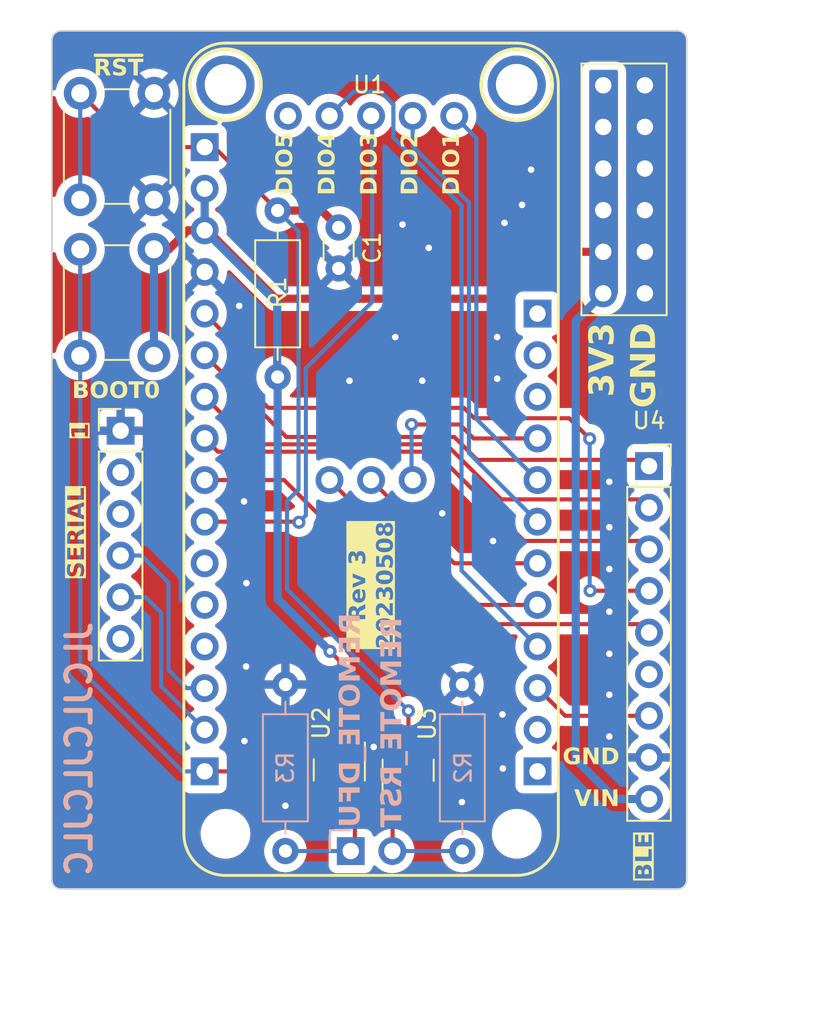
<source format=kicad_pcb>
(kicad_pcb (version 20221018) (generator pcbnew)
  (layers (0 "F.Cu" signal) (31 "B.Cu" signal) (34 "B.Paste" user) (35 "F.Paste" user) (36 "B.SilkS" user "B.Silkscreen") (37 "F.SilkS" user "F.Silkscreen") (38 "B.Mask" user) (39 "F.Mask" user) (44 "Edge.Cuts" user))
  (net 0 "")
  (net 1 "GND")
  (net 2 "REMOTE_DFU")
  (net 3 "3V3")
  (net 4 "SCK")
  (net 5 "MOSI")
  (net 6 "MISO")
  (net 7 "REMOTE_RST")
  (net 9 "FEATHER_UART_TX")
  (net 10 "FEATHER_UART_RX")
  (net 11 "RFM_~{IRQ}")
  (net 12 "RFM_DIO3")
  (net 13 "RFM_DIO5")
  (net 14 "RFM_DIO4")
  (net 15 "RFM_~{CS}")
  (net 16 "RFM_~{RST}")
  (net 17 "RFM_DIO2")
  (net 18 "RFM_DIO1")
  (net 20 "FEATHER_BOOT0")
  (net 21 "FEATHER_~{RST}")
  (net 22 "VUSB")
  (net 23 "FEATHER_SDA")
  (net 24 "FEATHER_SCL")
  (net 28 "BLUEFRUIT_CS")
  (net 29 "BLUEFRUIT_SCK")
  (net 30 "BLUEFRUIT_MISO")
  (net 31 "BLUEFRUIT_MOSI")
  (net 32 "BLUEFRUIT_IRQ")
  (net 33 "BLUEFRUIT_RST")
  (footprint "Footprints:FOAM-Logo-Plus-Text" (layer "F.Cu") (at 48.768 167.386 90)
    (fp_text reference "REF**" hide)
    (fp_text value "FOAM-Logo-Plus-Text" hide)
  )
  (footprint "Footprints:SW_PUSH_6mm_THT" (layer "F.Cu") (at 50.673 130.787 -90)
    (fp_text reference "SW2" hide)
    (fp_text value "SW_SPST")
    (fp_line (start -0.25 1.5) (end -0.25 3) (stroke (width 0.12)) (layer "F.SilkS"))
    (fp_line (start 1 5.5) (end 5.5 5.5) (stroke (width 0.12)) (layer "F.SilkS"))
    (fp_line (start 5.5 -1) (end 1 -1) (stroke (width 0.12)) (layer "F.SilkS"))
    (fp_line (start 6.75 3) (end 6.75 1.5) (stroke (width 0.12)) (layer "F.SilkS"))
    (pad "1" thru_hole circle (at 0 0) (size 2 2) (drill 1.1) (layers "*.Cu" "*.Mask") (net 3 "3V3"))
    (pad "1" thru_hole circle (at 6.5 0) (size 2 2) (drill 1.1) (layers "*.Cu" "*.Mask") (net 3 "3V3"))
    (pad "2" thru_hole circle (at 0 4.5) (size 2 2) (drill 1.1) (layers "*.Cu" "*.Mask") (net 20 "FEATHER_BOOT0"))
    (pad "2" thru_hole circle (at 6.5 4.5) (size 2 2) (drill 1.1) (layers "*.Cu" "*.Mask") (net 20 "FEATHER_BOOT0"))
  )
  (footprint "Footprints:SW_PUSH_6mm_THT" (layer "F.Cu") (at 50.673 121.262 -90)
    (fp_text reference "SW1" hide)
    (fp_text value "SW_SPST")
    (fp_line (start -0.25 1.5) (end -0.25 3) (stroke (width 0.12)) (layer "F.SilkS"))
    (fp_line (start 1 5.5) (end 5.5 5.5) (stroke (width 0.12)) (layer "F.SilkS"))
    (fp_line (start 5.5 -1) (end 1 -1) (stroke (width 0.12)) (layer "F.SilkS"))
    (fp_line (start 6.75 3) (end 6.75 1.5) (stroke (width 0.12)) (layer "F.SilkS"))
    (pad "1" thru_hole circle (at 0 0) (size 2 2) (drill 1.1) (layers "*.Cu" "*.Mask") (net 1 "GND"))
    (pad "1" thru_hole circle (at 6.5 0) (size 2 2) (drill 1.1) (layers "*.Cu" "*.Mask") (net 1 "GND"))
    (pad "2" thru_hole circle (at 0 4.5) (size 2 2) (drill 1.1) (layers "*.Cu" "*.Mask") (net 21 "FEATHER_~{RST}"))
    (pad "2" thru_hole circle (at 6.5 4.5) (size 2 2) (drill 1.1) (layers "*.Cu" "*.Mask") (net 21 "FEATHER_~{RST}"))
  )
  (footprint "Footprints:SOT-23" (layer "F.Cu") (at 61.9912 162.56 -90)
    (fp_text reference "U3" (at -2.805 -5.3688 90) (layer "F.SilkS"))
    (fp_text value "NUD3112LT1" hide)
    (fp_line (start 0 -1.56) (end -1.675 -1.56) (stroke (width 0.12)) (layer "F.SilkS"))
    (fp_line (start 0 -1.56) (end 0.65 -1.56) (stroke (width 0.12)) (layer "F.SilkS"))
    (fp_line (start 0 1.56) (end -0.65 1.56) (stroke (width 0.12)) (layer "F.SilkS"))
    (fp_line (start 0 1.56) (end 0.65 1.56) (stroke (width 0.12)) (layer "F.SilkS"))
    (pad "1" smd roundrect (at -0.9375 -0.95 270) (size 1.475 0.6) (layers "F.Cu" "F.Paste" "F.Mask") (net 2 "REMOTE_DFU"))
    (pad "2" smd roundrect (at -0.9375 0.95 270) (size 1.475 0.6) (layers "F.Cu" "F.Paste" "F.Mask") (net 20 "FEATHER_BOOT0"))
    (pad "3" smd roundrect (at 0.9375 0 270) (size 1.475 0.6) (layers "F.Cu" "F.Paste" "F.Mask") (net 3 "3V3"))
  )
  (footprint "Footprints:C_Disc_D3.0mm_W1.6mm_P2.50mm" (layer "F.Cu") (at 61.95 129.453 -90)
    (fp_text reference "C1" (at 1.25 -2.05 -90) (layer "F.SilkS"))
    (fp_text value "0.1uF")
    (fp_line (start 0.621 -0.92) (end 1.879 -0.92) (stroke (width 0.12)) (layer "F.SilkS"))
    (fp_line (start 0.621 0.92) (end 1.879 0.92) (stroke (width 0.12)) (layer "F.SilkS"))
    (pad "1" thru_hole circle (at 0 0 270) (size 1.6 1.6) (drill 0.8) (layers "*.Cu" "*.Mask") (net 21 "FEATHER_~{RST}"))
    (pad "2" thru_hole circle (at 2.5 0 270) (size 1.6 1.6) (drill 0.8) (layers "*.Cu" "*.Mask") (net 1 "GND"))
  )
  (footprint "Footprints:Radio_FeatherWing_16x12+5+3" (layer "F.Cu") (at 63.93 143.6)
    (fp_text reference "U1" (at -0.1 -22.86 unlocked) (layer "F.SilkS"))
    (fp_text value "LoRa Radio FeatherWing")
    (fp_line (start -11.43 -22.86) (end -11.43 22.86) (stroke (width 0.1778)) (layer "F.SilkS"))
    (fp_line (start -8.89 -25.4) (end 8.89 -25.4) (stroke (width 0.1778)) (layer "F.SilkS"))
    (fp_line (start 8.89 25.4) (end -8.89 25.4) (stroke (width 0.1778)) (layer "F.SilkS"))
    (fp_line (start 11.43 -22.86) (end 11.43 22.86) (stroke (width 0.1778)) (layer "F.SilkS"))
    (fp_arc (start -11.43 -22.86) (mid -10.686051 -24.656051) (end -8.89 -25.4) (stroke (width 0.1778)) (layer "F.SilkS"))
    (fp_arc (start -8.89 25.4) (mid -10.686051 24.656051) (end -11.43 22.86) (stroke (width 0.1778)) (layer "F.SilkS"))
    (fp_arc (start 8.89 -25.4) (mid 10.686051 -24.656051) (end 11.43 -22.86) (stroke (width 0.1778)) (layer "F.SilkS"))
    (fp_arc (start 11.43 22.86) (mid 10.686051 24.656051) (end 8.89 25.4) (stroke (width 0.1778)) (layer "F.SilkS"))
    (fp_circle (center -8.89 -22.86) (end -6.731 -22.86) (stroke (width 0.2032)) (fill none) (layer "F.SilkS"))
    (fp_circle (center 8.89 -22.86) (end 11.049 -22.86) (stroke (width 0.2032)) (fill none) (layer "F.SilkS"))
    (pad "" np_thru_hole circle (at -8.89 -22.86) (size 3.556 3.556) (drill 2.54) (layers "F&B.Cu" "*.Mask"))
    (pad "" np_thru_hole circle (at -8.89 22.86) (size 2.54 2.54) (drill 2.54) (layers "F&B.Cu" "*.Mask"))
    (pad "" np_thru_hole circle (at 8.89 -22.86) (size 3.556 3.556) (drill 2.54) (layers "F&B.Cu" "*.Mask"))
    (pad "" np_thru_hole circle (at 8.89 22.86) (size 2.54 2.54) (drill 2.54) (layers "F&B.Cu" "*.Mask"))
    (pad "1" thru_hole rect (at -10.16 -19.05) (size 1.7 1.7) (drill 1) (layers "*.Cu" "*.Mask") (net 21 "FEATHER_~{RST}"))
    (pad "2" thru_hole oval (at -10.16 -16.51) (size 1.7 1.7) (drill 1) (layers "*.Cu" "*.Mask") (net 3 "3V3"))
    (pad "3" thru_hole oval (at -10.16 -13.97) (size 1.7 1.7) (drill 1) (layers "*.Cu" "*.Mask") (net 3 "3V3"))
    (pad "4" thru_hole oval (at -10.16 -11.43) (size 1.7 1.7) (drill 1) (layers "*.Cu" "*.Mask") (net 1 "GND"))
    (pad "5" thru_hole oval (at -10.16 -8.89) (size 1.7 1.7) (drill 1) (layers "*.Cu" "*.Mask") (net 28 "BLUEFRUIT_CS"))
    (pad "6" thru_hole oval (at -10.16 -6.35) (size 1.7 1.7) (drill 1) (layers "*.Cu" "*.Mask") (net 29 "BLUEFRUIT_SCK"))
    (pad "7" thru_hole oval (at -10.16 -3.81) (size 1.7 1.7) (drill 1) (layers "*.Cu" "*.Mask") (net 30 "BLUEFRUIT_MISO"))
    (pad "8" thru_hole oval (at -10.16 -1.27) (size 1.7 1.7) (drill 1) (layers "*.Cu" "*.Mask") (net 31 "BLUEFRUIT_MOSI"))
    (pad "9" thru_hole oval (at -10.16 1.27) (size 1.7 1.7) (drill 1) (layers "*.Cu" "*.Mask") (net 32 "BLUEFRUIT_IRQ"))
    (pad "10" thru_hole oval (at -10.16 3.81) (size 1.7 1.7) (drill 1) (layers "*.Cu" "*.Mask") (net 12 "RFM_DIO3"))
    (pad "11" thru_hole oval (at -10.16 6.35) (size 1.7 1.7) (drill 1) (layers "*.Cu" "*.Mask") (net 4 "SCK"))
    (pad "12" thru_hole oval (at -10.16 8.89) (size 1.7 1.7) (drill 1) (layers "*.Cu" "*.Mask") (net 5 "MOSI"))
    (pad "13" thru_hole oval (at -10.16 11.43) (size 1.7 1.7) (drill 1) (layers "*.Cu" "*.Mask") (net 6 "MISO"))
    (pad "14" thru_hole oval (at -10.16 13.97) (size 1.7 1.7) (drill 1) (layers "*.Cu" "*.Mask") (net 10 "FEATHER_UART_RX"))
    (pad "15" thru_hole oval (at -10.16 16.51) (size 1.7 1.7) (drill 1) (layers "*.Cu" "*.Mask") (net 9 "FEATHER_UART_TX"))
    (pad "16" thru_hole rect (at -10.16 19.05) (size 1.7 1.7) (drill 1) (layers "*.Cu" "*.Mask") (net 20 "FEATHER_BOOT0"))
    (pad "17" thru_hole rect (at 10.16 19.05) (size 1.7 1.7) (drill 1) (layers "*.Cu" "*.Mask") (net 23 "FEATHER_SDA"))
    (pad "18" thru_hole oval (at 10.16 16.51) (size 1.7 1.7) (drill 1) (layers "*.Cu" "*.Mask") (net 24 "FEATHER_SCL"))
    (pad "19" thru_hole oval (at 10.16 13.97) (size 1.7 1.7) (drill 1) (layers "*.Cu" "*.Mask") (net 33 "BLUEFRUIT_RST"))
    (pad "20" thru_hole oval (at 10.16 11.43) (size 1.7 1.7) (drill 1) (layers "*.Cu" "*.Mask") (net 14 "RFM_DIO4"))
    (pad "21" thru_hole oval (at 10.16 8.89) (size 1.7 1.7) (drill 1) (layers "*.Cu" "*.Mask") (net 16 "RFM_~{RST}"))
    (pad "22" thru_hole oval (at 10.16 6.35) (size 1.7 1.7) (drill 1) (layers "*.Cu" "*.Mask") (net 15 "RFM_~{CS}"))
    (pad "23" thru_hole oval (at 10.16 3.81) (size 1.7 1.7) (drill 1) (layers "*.Cu" "*.Mask") (net 17 "RFM_DIO2"))
    (pad "24" thru_hole oval (at 10.16 1.27) (size 1.7 1.7) (drill 1) (layers "*.Cu" "*.Mask") (net 18 "RFM_DIO1"))
    (pad "25" thru_hole oval (at 10.16 -1.27) (size 1.7 1.7) (drill 1) (layers "*.Cu" "*.Mask") (net 11 "RFM_~{IRQ}"))
    (pad "26" thru_hole oval (at 10.16 -3.81) (size 1.7 1.7) (drill 1) (layers "*.Cu" "*.Mask") (net 22 "VUSB"))
    (pad "27" thru_hole oval (at 10.16 -6.35) (size 1.7 1.7) (drill 1) (layers "*.Cu" "*.Mask"))
    (pad "28" thru_hole rect (at 10.16 -8.89) (size 1.7 1.7) (drill 1) (layers "*.Cu" "*.Mask"))
    (pad "29" thru_hole oval (at 5.08 -20.955 270) (size 1.7 1.7) (drill 1) (layers "*.Cu" "*.Mask") (net 18 "RFM_DIO1"))
    (pad "30" thru_hole oval (at 2.54 -20.955 270) (size 1.7 1.7) (drill 1) (layers "*.Cu" "*.Mask") (net 17 "RFM_DIO2"))
    (pad "31" thru_hole oval (at 0 -20.955 270) (size 1.7 1.7) (drill 1) (layers "*.Cu" "*.Mask") (net 12 "RFM_DIO3"))
    (pad "32" thru_hole oval (at -2.54 -20.955 270) (size 1.7 1.7) (drill 1) (layers "*.Cu" "*.Mask") (net 14 "RFM_DIO4"))
    (pad "33" thru_hole oval (at -5.08 -20.955 270) (size 1.7 1.7) (drill 1) (layers "*.Cu" "*.Mask") (net 13 "RFM_DIO5"))
    (pad "34" thru_hole circle (at 2.54 1.27) (size 1.7 1.7) (drill 1) (layers "*.Cu" "*.Mask") (net 11 "RFM_~{IRQ}"))
    (pad "35" thru_hole circle (at 0 1.27) (size 1.7 1.7) (drill 1) (layers "*.Cu" "*.Mask") (net 15 "RFM_~{CS}"))
    (pad "36" thru_hole circle (at -2.54 1.27) (size 1.7 1.7) (drill 1) (layers "*.Cu" "*.Mask") (net 16 "RFM_~{RST}"))
  )
  (footprint "Footprints:SOT-23" (layer "F.Cu") (at 66.1924 162.5854 90)
    (fp_text reference "U2" (at 2.8804 -5.3074 90) (layer "F.SilkS"))
    (fp_text value "NUD3112LT1" hide)
    (fp_line (start 0 -1.56) (end -1.675 -1.56) (stroke (width 0.12)) (layer "F.SilkS"))
    (fp_line (start 0 -1.56) (end 0.65 -1.56) (stroke (width 0.12)) (layer "F.SilkS"))
    (fp_line (start 0 1.56) (end -0.65 1.56) (stroke (width 0.12)) (layer "F.SilkS"))
    (fp_line (start 0 1.56) (end 0.65 1.56) (stroke (width 0.12)) (layer "F.SilkS"))
    (pad "1" smd roundrect (at -0.9375 -0.95 90) (size 1.475 0.6) (layers "F.Cu" "F.Paste" "F.Mask") (net 7 "REMOTE_RST"))
    (pad "2" smd roundrect (at -0.9375 0.95 90) (size 1.475 0.6) (layers "F.Cu" "F.Paste" "F.Mask") (net 1 "GND"))
    (pad "3" smd roundrect (at 0.9375 0 90) (size 1.475 0.6) (layers "F.Cu" "F.Paste" "F.Mask") (net 21 "FEATHER_~{RST}"))
  )
  (footprint "Footprints:PinHeader_1x06_P2.54mm_Vertical" (layer "F.Cu") (at 48.641 141.859)
    (fp_text reference "J1" hide)
    (fp_text value "Conn_01x06")
    (fp_line (start -1.33 -1.33) (end 0 -1.33) (stroke (width 0.12)) (layer "F.SilkS"))
    (fp_line (start -1.33 0) (end -1.33 -1.33) (stroke (width 0.12)) (layer "F.SilkS"))
    (fp_line (start -1.33 1.27) (end -1.33 14.03) (stroke (width 0.12)) (layer "F.SilkS"))
    (fp_line (start -1.33 1.27) (end 1.33 1.27) (stroke (width 0.12)) (layer "F.SilkS"))
    (fp_line (start -1.33 14.03) (end 1.33 14.03) (stroke (width 0.12)) (layer "F.SilkS"))
    (fp_line (start 1.33 1.27) (end 1.33 14.03) (stroke (width 0.12)) (layer "F.SilkS"))
    (pad "1" thru_hole rect (at 0 0) (size 1.7 1.7) (drill 1) (layers "*.Cu" "*.Mask") (net 1 "GND"))
    (pad "2" thru_hole oval (at 0 2.54) (size 1.7 1.7) (drill 1) (layers "*.Cu" "*.Mask"))
    (pad "3" thru_hole oval (at 0 5.08) (size 1.7 1.7) (drill 1) (layers "*.Cu" "*.Mask"))
    (pad "4" thru_hole oval (at 0 7.62) (size 1.7 1.7) (drill 1) (layers "*.Cu" "*.Mask") (net 10 "FEATHER_UART_RX"))
    (pad "5" thru_hole oval (at 0 10.16) (size 1.7 1.7) (drill 1) (layers "*.Cu" "*.Mask") (net 9 "FEATHER_UART_TX"))
    (pad "6" thru_hole oval (at 0 12.7) (size 1.7 1.7) (drill 1) (layers "*.Cu" "*.Mask"))
  )
  (footprint "Footprints:R_Axial_DIN0207_L6.3mm_D2.5mm_P10.16mm_Horizontal" (layer "F.Cu") (at 58.225 138.58 90)
    (fp_text reference "R1" (at 5.16 0 90) (layer "F.SilkS"))
    (fp_text value "10k")
    (fp_line (start 1.04 0) (end 1.81 0) (stroke (width 0.12)) (layer "F.SilkS"))
    (fp_line (start 1.81 -1.37) (end 1.81 1.37) (stroke (width 0.12)) (layer "F.SilkS"))
    (fp_line (start 1.81 1.37) (end 8.35 1.37) (stroke (width 0.12)) (layer "F.SilkS"))
    (fp_line (start 8.35 -1.37) (end 1.81 -1.37) (stroke (width 0.12)) (layer "F.SilkS"))
    (fp_line (start 8.35 1.37) (end 8.35 -1.37) (stroke (width 0.12)) (layer "F.SilkS"))
    (fp_line (start 9.12 0) (end 8.35 0) (stroke (width 0.12)) (layer "F.SilkS"))
    (pad "1" thru_hole circle (at 0 0 90) (size 1.6 1.6) (drill 0.8) (layers "*.Cu" "*.Mask") (net 3 "3V3"))
    (pad "2" thru_hole oval (at 10.16 0 90) (size 1.6 1.6) (drill 0.8) (layers "*.Cu" "*.Mask") (net 21 "FEATHER_~{RST}"))
  )
  (footprint "Footprints:Bluefruit-SPI-Friend" (layer "F.Cu") (at 80.899 144.018)
    (fp_text reference "U4" (at 0 -2.77) (layer "F.SilkS"))
    (fp_text value "~")
    (fp_line (start -1.33 1.27) (end -1.33 21.65) (stroke (width 0.12)) (layer "F.SilkS"))
    (fp_line (start -1.33 1.27) (end 1.33 1.27) (stroke (width 0.12)) (layer "F.SilkS"))
    (fp_line (start -1.33 21.65) (end 1.33 21.65) (stroke (width 0.12)) (layer "F.SilkS"))
    (fp_line (start 0 -1.33) (end 1.33 -1.33) (stroke (width 0.12)) (layer "F.SilkS"))
    (fp_line (start 1.33 -1.33) (end 1.33 0) (stroke (width 0.12)) (layer "F.SilkS"))
    (fp_line (start 1.33 1.27) (end 1.33 21.65) (stroke (width 0.12)) (layer "F.SilkS"))
    (pad "1" thru_hole oval (at 0 20.32) (size 1.7 1.7) (drill 1) (layers "*.Cu" "*.Mask") (net 3 "3V3"))
    (pad "2" thru_hole oval (at 0 17.78) (size 1.7 1.7) (drill 1) (layers "*.Cu" "*.Mask") (net 1 "GND"))
    (pad "3" thru_hole oval (at 0 15.24) (size 1.7 1.7) (drill 1) (layers "*.Cu" "*.Mask") (net 33 "BLUEFRUIT_RST"))
    (pad "4" thru_hole oval (at 0 12.7) (size 1.7 1.7) (drill 1) (layers "*.Cu" "*.Mask"))
    (pad "5" thru_hole oval (at 0 10.16) (size 1.7 1.7) (drill 1) (layers "*.Cu" "*.Mask") (net 32 "BLUEFRUIT_IRQ"))
    (pad "6" thru_hole oval (at 0 7.62) (size 1.7 1.7) (drill 1) (layers "*.Cu" "*.Mask") (net 28 "BLUEFRUIT_CS"))
    (pad "7" thru_hole oval (at 0 5.08) (size 1.7 1.7) (drill 1) (layers "*.Cu" "*.Mask") (net 31 "BLUEFRUIT_MOSI"))
    (pad "8" thru_hole oval (at 0 2.54) (size 1.7 1.7) (drill 1) (layers "*.Cu" "*.Mask") (net 30 "BLUEFRUIT_MISO"))
    (pad "9" thru_hole rect (at 0 0) (size 1.7 1.7) (drill 1) (layers "*.Cu" "*.Mask") (net 29 "BLUEFRUIT_SCK"))
  )
  (footprint "Footprints:PinSocket_2x06_P2.54mm_Vertical_No_Index" (layer "F.Cu") (at 78.105 133.477 180)
    (fp_text reference "J3" hide)
    (fp_text value "Conn_02x06_Odd_Even")
    (fp_line (start -3.87 -1.33) (end -3.87 14.03) (stroke (width 0.12)) (layer "F.SilkS"))
    (fp_line (start -3.87 -1.33) (end -1.27 -1.33) (stroke (width 0.12)) (layer "F.SilkS"))
    (fp_line (start -3.87 14.03) (end 1.33 14.03) (stroke (width 0.12)) (layer "F.SilkS"))
    (fp_line (start -1.27 -1.33) (end 1.33 -1.33) (stroke (width 0.12)) (layer "F.SilkS"))
    (fp_line (start 1.33 -1.33) (end 1.33 1.27) (stroke (width 0.12)) (layer "F.SilkS"))
    (fp_line (start 1.33 1.27) (end 1.33 14.03) (stroke (width 0.12)) (layer "F.SilkS"))
    (pad "1" thru_hole circle (at 0 0 180) (size 1.7 1.7) (drill 1) (layers "*.Cu" "*.Mask") (net 3 "3V3"))
    (pad "2" thru_hole oval (at -2.54 0 180) (size 1.7 1.7) (drill 1) (layers "*.Cu" "*.Mask") (net 1 "GND"))
    (pad "3" thru_hole oval (at 0 2.54 180) (size 1.7 1.7) (drill 1) (layers "*.Cu" "*.Mask") (net 3 "3V3"))
    (pad "4" thru_hole oval (at -2.54 2.54 180) (size 1.7 1.7) (drill 1) (layers "*.Cu" "*.Mask") (net 1 "GND"))
    (pad "5" thru_hole oval (at 0 5.08 180) (size 1.7 1.7) (drill 1) (layers "*.Cu" "*.Mask") (net 3 "3V3"))
    (pad "6" thru_hole oval (at -2.54 5.08 180) (size 1.7 1.7) (drill 1) (layers "*.Cu" "*.Mask") (net 1 "GND"))
    (pad "7" thru_hole oval (at 0 7.62 180) (size 1.7 1.7) (drill 1) (layers "*.Cu" "*.Mask") (net 3 "3V3"))
    (pad "8" thru_hole oval (at -2.54 7.62 180) (size 1.7 1.7) (drill 1) (layers "*.Cu" "*.Mask") (net 1 "GND"))
    (pad "9" thru_hole oval (at 0 10.16 180) (size 1.7 1.7) (drill 1) (layers "*.Cu" "*.Mask") (net 3 "3V3"))
    (pad "10" thru_hole oval (at -2.54 10.16 180) (size 1.7 1.7) (drill 1) (layers "*.Cu" "*.Mask") (net 1 "GND"))
    (pad "11" thru_hole oval (at 0 12.7 180) (size 1.7 1.7) (drill 1) (layers "*.Cu" "*.Mask") (net 3 "3V3"))
    (pad "12" thru_hole oval (at -2.54 12.7 180) (size 1.7 1.7) (drill 1) (layers "*.Cu" "*.Mask") (net 1 "GND"))
  )
  (footprint "Footprints:PinHeader_1x02_P2.54mm_Horizontal" (layer "B.Cu") (at 62.6872 167.513 -90)
    (fp_text reference "J4" hide)
    (fp_text value "~")
    (fp_line (start -1.27 0) (end -1.27 1.27) (stroke (width 0.12)) (layer "B.SilkS"))
    (fp_line (start -1.27 1.27) (end 0 1.27) (stroke (width 0.12)) (layer "B.SilkS"))
    (pad "1" thru_hole rect (at 0 0 270) (size 1.7 1.7) (drill 1) (layers "*.Cu" "*.Mask") (net 2 "REMOTE_DFU"))
    (pad "2" thru_hole oval (at 0 -2.54 270) (size 1.7 1.7) (drill 1) (layers "*.Cu" "*.Mask") (net 7 "REMOTE_RST"))
  )
  (footprint "Footprints:R_Axial_DIN0207_L6.3mm_D2.5mm_P10.16mm_Horizontal" (layer "B.Cu") (at 58.6994 167.513 90)
    (fp_text reference "R3" (at 5.08 0.0006 270) (layer "B.SilkS") (effects (justify mirror)))
    (fp_text value "10k")
    (fp_line (start 1.04 0) (end 1.81 0) (stroke (width 0.12)) (layer "B.SilkS"))
    (fp_line (start 1.81 -1.37) (end 8.35 -1.37) (stroke (width 0.12)) (layer "B.SilkS"))
    (fp_line (start 1.81 1.37) (end 1.81 -1.37) (stroke (width 0.12)) (layer "B.SilkS"))
    (fp_line (start 8.35 -1.37) (end 8.35 1.37) (stroke (width 0.12)) (layer "B.SilkS"))
    (fp_line (start 8.35 1.37) (end 1.81 1.37) (stroke (width 0.12)) (layer "B.SilkS"))
    (fp_line (start 9.12 0) (end 8.35 0) (stroke (width 0.12)) (layer "B.SilkS"))
    (pad "1" thru_hole circle (at 0 0 90) (size 1.6 1.6) (drill 0.8) (layers "*.Cu" "*.Mask") (net 2 "REMOTE_DFU"))
    (pad "2" thru_hole oval (at 10.16 0 90) (size 1.6 1.6) (drill 0.8) (layers "*.Cu" "*.Mask") (net 1 "GND"))
  )
  (footprint "Footprints:R_Axial_DIN0207_L6.3mm_D2.5mm_P10.16mm_Horizontal" (layer "B.Cu") (at 69.5 157.353 -90)
    (fp_text reference "R2" (at 5.08 -0.0484 90) (layer "B.SilkS") (effects (justify mirror)))
    (fp_text value "10k")
    (fp_line (start 1.04 0) (end 1.81 0) (stroke (width 0.12)) (layer "B.SilkS"))
    (fp_line (start 1.81 -1.37) (end 8.35 -1.37) (stroke (width 0.12)) (layer "B.SilkS"))
    (fp_line (start 1.81 1.37) (end 1.81 -1.37) (stroke (width 0.12)) (layer "B.SilkS"))
    (fp_line (start 8.35 -1.37) (end 8.35 1.37) (stroke (width 0.12)) (layer "B.SilkS"))
    (fp_line (start 8.35 1.37) (end 1.81 1.37) (stroke (width 0.12)) (layer "B.SilkS"))
    (fp_line (start 9.12 0) (end 8.35 0) (stroke (width 0.12)) (layer "B.SilkS"))
    (pad "1" thru_hole circle (at 0 0 270) (size 1.6 1.6) (drill 0.8) (layers "*.Cu" "*.Mask") (net 1 "GND"))
    (pad "2" thru_hole oval (at 10.16 0 270) (size 1.6 1.6) (drill 0.8) (layers "*.Cu" "*.Mask") (net 7 "REMOTE_RST"))
  )
  (gr_line (start 44.442998 118.01197) (end 44.443055 169.262998) (stroke (width 0.1)) (layer "Edge.Cuts"))
  (gr_line (start 82.641041 117.452998) (end 45.01 117.453011) (stroke (width 0.1)) (layer "Edge.Cuts"))
  (gr_line (start 83.200057 169.270984) (end 83.2 118.02) (stroke (width 0.1)) (layer "Edge.Cuts"))
  (gr_arc (start 44.442998 118.01197) (mid 44.610735 117.615061) (end 45.01 117.453011) (stroke (width 0.1)) (layer "Edge.Cuts"))
  (gr_line (start 45.002014 169.83) (end 82.633055 169.829943) (stroke (width 0.1)) (layer "Edge.Cuts"))
  (gr_arc (start 82.641041 117.452998) (mid 83.039139 117.619563) (end 83.2 118.02) (stroke (width 0.1)) (layer "Edge.Cuts"))
  (gr_arc (start 83.200057 169.270984) (mid 83.033492 169.669082) (end 82.633055 169.829943) (stroke (width 0.1)) (layer "Edge.Cuts"))
  (gr_arc (start 45.002014 169.83) (mid 44.603917 169.663434) (end 44.443055 169.262998) (stroke (width 0.1)) (layer "Edge.Cuts"))
  (gr_text "JLCJLCJLCJLC" (at 46.101 161.29 90) (layer "B.SilkS") (effects (font (size 1.5 1.5) (thickness 0.3)) (justify mirror)))
  (gr_text "REMOTE_DFU" (at 62.714 166.08 90) (layer "B.SilkS") (effects (font (size 1.25 1.25) (thickness 0.3) bold) (justify right mirror)))
  (gr_text "REMOTE_RST" (at 65.25 166.08 90) (layer "B.SilkS") (effects (font (size 1.25 1.25) (thickness 0.3) bold) (justify right mirror)))
  (gr_text "~{RST}" (at 48.514 119.76) (layer "F.SilkS") (effects (font (size 1 1) (thickness 0.2) bold)))
  (gr_text "DIO5" (at 58.7 123.65 90) (layer "F.SilkS") (effects (font (size 1 1) (thickness 0.2) bold) (justify right)))
  (gr_text "DIO3" (at 63.86 123.65 90) (layer "F.SilkS") (effects (font (size 1 1) (thickness 0.2) bold) (justify right)))
  (gr_text "1" (at 46.228 141.88 90) (layer "F.SilkS" knockout) (effects (font (size 1 1) (thickness 0.2) bold)))
  (gr_text "SERIAL" (at 45.98 148.082 90) (layer "F.SilkS" knockout) (effects (font (size 1 1) (thickness 0.2) bold)))
  (gr_text locked "BOOT0" (at 48.36 139.446) (layer "F.SilkS") (effects (font (size 1 1) (thickness 0.2) bold)))
  (gr_text "BLE" (at 80.65 167.86 90) (layer "F.SilkS" knockout) (effects (font (size 1 1) (thickness 0.25) bold)))
  (gr_text "DIO4" (at 61.28 123.65 90) (layer "F.SilkS") (effects (font (size 1 1) (thickness 0.2) bold) (justify right)))
  (gr_text "DIO1" (at 68.88 123.65 90) (layer "F.SilkS") (effects (font (size 1 1) (thickness 0.2) bold) (justify right)))
  (gr_text "Rev 3\n20230508" (at 64 151.29 90) (layer "F.SilkS" knockout) (effects (font (size 1 1) (thickness 0.2) bold)))
  (gr_text "GND" (at 80.645 135.255 90) (layer "F.SilkS") (effects (font (size 1.5 1.5) (thickness 0.3) bold) (justify right)))
  (gr_text "VIN" (at 79.1 164.35) (layer "F.SilkS") (effects (font (size 1 1) (thickness 0.2) bold) (justify right)))
  (gr_text "DIO2" (at 66.34 123.65 90) (layer "F.SilkS") (effects (font (size 1 1) (thickness 0.2) bold) (justify right)))
  (gr_text "3V3" (at 78.105 135.255 90) (layer "F.SilkS") (effects (font (size 1.5 1.5) (thickness 0.3) bold) (justify right)))
  (gr_text "GND" (at 79.1 161.8) (layer "F.SilkS") (effects (font (size 1 1) (thickness 0.2) bold) (justify right)))
  (via (at 78.475 160.525) (size 0.8) (drill 0.4) (layers "F.Cu" "B.Cu") (net 1))
  (via (at 71.628 136.144) (size 0.8) (drill 0.4) (layers "F.Cu" "B.Cu") (net 1))
  (via (at 62.611 138.811) (size 0.8) (drill 0.4) (layers "F.Cu" "B.Cu") (net 1))
  (via (at 71.374 148.59) (size 0.8) (drill 0.4) (layers "F.Cu" "B.Cu") (net 1))
  (via (at 78.475 150.3) (size 0.8) (drill 0.4) (layers "F.Cu" "B.Cu") (net 1))
  (via (at 78.475 144.975) (size 0.8) (drill 0.4) (layers "F.Cu" "B.Cu") (net 1))
  (via (at 69.475 164.525) (size 0.8) (drill 0.4) (layers "F.Cu" "B.Cu") (net 1))
  (via (at 72.075 129.175) (size 0.8) (drill 0.4) (layers "F.Cu" "B.Cu") (net 1))
  (via (at 71.628 138.684) (size 0.8) (drill 0.4) (layers "F.Cu" "B.Cu") (net 1))
  (via (at 78.475 155.475) (size 0.8) (drill 0.4) (layers "F.Cu" "B.Cu") (net 1))
  (via (at 58.7 164.75) (size 0.8) (drill 0.4) (layers "F.Cu" "B.Cu") (net 1))
  (via (at 67.45 130.7) (size 0.8) (drill 0.4) (layers "F.Cu" "B.Cu") (net 1))
  (via (at 56.2 160.8) (size 0.8) (drill 0.4) (layers "F.Cu" "B.Cu") (net 1))
  (via (at 78.475 147.75) (size 0.8) (drill 0.4) (layers "F.Cu" "B.Cu") (net 1))
  (via (at 56.32 151.16) (size 0.8) (drill 0.4) (layers "F.Cu" "B.Cu") (net 1))
  (via (at 65.85 129.275) (size 0.8) (drill 0.4) (layers "F.Cu" "B.Cu") (net 1))
  (via (at 56.3 156.25) (size 0.8) (drill 0.4) (layers "F.Cu" "B.Cu") (net 1))
  (via (at 71.975 162.475) (size 0.8) (drill 0.4) (layers "F.Cu" "B.Cu") (net 1))
  (via (at 67.056 138.811) (size 0.8) (drill 0.4) (layers "F.Cu" "B.Cu") (net 1))
  (via (at 78.475 157.975) (size 0.8) (drill 0.4) (layers "F.Cu" "B.Cu") (net 1))
  (via (at 71.95 159.175) (size 0.8) (drill 0.4) (layers "F.Cu" "B.Cu") (net 1))
  (via (at 78.475 152.9) (size 0.8) (drill 0.4) (layers "F.Cu" "B.Cu") (net 1))
  (via (at 68.275 146.9) (size 0.8) (drill 0.4) (layers "F.Cu" "B.Cu") (net 1))
  (via (at 65.405 136.144) (size 0.8) (drill 0.4) (layers "F.Cu" "B.Cu") (net 1))
  (via (at 73.7 125.925) (size 0.8) (drill 0.4) (layers "F.Cu" "B.Cu") (net 1))
  (via (at 73.149312 128.074312) (size 0.8) (drill 0.4) (layers "F.Cu" "B.Cu") (net 1))
  (via (at 64.09 161.16) (size 0.8) (drill 0.4) (layers "F.Cu" "B.Cu") (net 1))
  (via (at 55.88 134.239) (size 0.8) (drill 0.4) (layers "F.Cu" "B.Cu") (net 1))
  (via (at 56.175 146.175) (size 0.8) (drill 0.4) (layers "F.Cu" "B.Cu") (net 1))
  (segment (start 62.6872 167.513) (end 62.9412 167.259) (width 0.25) (layer "F.Cu") (net 2))
  (segment (start 62.9412 167.259) (end 62.9412 161.6225) (width 0.25) (layer "F.Cu") (net 2))
  (segment (start 62.6872 167.513) (end 58.6994 167.513) (width 0.25) (layer "B.Cu") (net 2))
  (segment (start 74.549 130.937) (end 78.105 130.937) (width 0.5) (layer "F.Cu") (net 3))
  (segment (start 51.585 130.787) (end 52.742 129.63) (width 0.5) (layer "F.Cu") (net 3))
  (segment (start 50.673 130.787) (end 51.585 130.787) (width 0.5) (layer "F.Cu") (net 3))
  (segment (start 52.742 129.63) (end 53.77 129.63) (width 0.5) (layer "F.Cu") (net 3))
  (segment (start 62 163.4887) (end 62 155.9) (width 0.25) (layer "F.Cu") (net 3))
  (segment (start 62 155.9) (end 61.425 155.325) (width 0.25) (layer "F.Cu") (net 3))
  (segment (start 53.77 129.63) (end 53.938 129.63) (width 0.5) (layer "F.Cu") (net 3))
  (segment (start 71.686 133.8) (end 74.549 130.937) (width 0.5) (layer "F.Cu") (net 3))
  (segment (start 58.108 133.8) (end 71.686 133.8) (width 0.5) (layer "F.Cu") (net 3))
  (segment (start 61.9912 163.4975) (end 62 163.4887) (width 0.25) (layer "F.Cu") (net 3))
  (segment (start 53.938 129.63) (end 58.108 133.8) (width 0.5) (layer "F.Cu") (net 3))
  (via (at 61.425 155.325) (size 0.8) (drill 0.4) (layers "F.Cu" "B.Cu") (net 3))
  (segment (start 76.4255 161.9255) (end 78.838 164.338) (width 0.5) (layer "B.Cu") (net 3))
  (segment (start 78.105 133.477) (end 76.4255 135.1565) (width 0.5) (layer "B.Cu") (net 3))
  (segment (start 76.4255 135.1565) (end 76.4255 161.9255) (width 0.5) (layer "B.Cu") (net 3))
  (segment (start 58.225 152.125) (end 61.425 155.325) (width 0.5) (layer "B.Cu") (net 3))
  (segment (start 78.838 164.338) (end 80.899 164.338) (width 0.5) (layer "B.Cu") (net 3))
  (segment (start 58.2 138.555) (end 58.225 138.58) (width 0.5) (layer "B.Cu") (net 3))
  (segment (start 53.77 127.09) (end 53.77 129.63) (width 0.5) (layer "B.Cu") (net 3))
  (segment (start 58.225 138.58) (end 58.225 152.125) (width 0.5) (layer "B.Cu") (net 3))
  (segment (start 53.77 129.63) (end 58.2 134.06) (width 0.5) (layer "B.Cu") (net 3))
  (segment (start 50.673 137.287) (end 50.673 130.787) (width 0.5) (layer "B.Cu") (net 3))
  (segment (start 58.2 134.06) (end 58.2 138.555) (width 0.5) (layer "B.Cu") (net 3))
  (segment (start 65.2424 163.5229) (end 65.2424 167.4978) (width 0.25) (layer "F.Cu") (net 7))
  (segment (start 65.2424 167.4978) (end 65.2272 167.513) (width 0.25) (layer "F.Cu") (net 7))
  (segment (start 65.2272 167.513) (end 69.5 167.513) (width 0.25) (layer "B.Cu") (net 7))
  (segment (start 51.112499 152.966499) (end 50.165 152.019) (width 0.25) (layer "B.Cu") (net 9))
  (segment (start 50.165 152.019) (end 48.641 152.019) (width 0.25) (layer "B.Cu") (net 9))
  (segment (start 51.112499 157.452499) (end 51.112499 152.966499) (width 0.25) (layer "B.Cu") (net 9))
  (segment (start 53.77 160.11) (end 51.112499 157.452499) (width 0.25) (layer "B.Cu") (net 9))
  (segment (start 51.562 156.464) (end 51.562 151.13) (width 0.25) (layer "B.Cu") (net 10))
  (segment (start 49.911 149.479) (end 48.641 149.479) (width 0.25) (layer "B.Cu") (net 10))
  (segment (start 51.562 151.13) (end 49.911 149.479) (width 0.25) (layer "B.Cu") (net 10))
  (segment (start 52.668 157.57) (end 51.562 156.464) (width 0.25) (layer "B.Cu") (net 10))
  (segment (start 53.77 157.57) (end 52.668 157.57) (width 0.25) (layer "B.Cu") (net 10))
  (segment (start 69.342 141.478) (end 66.4 141.478) (width 0.25) (layer "F.Cu") (net 11))
  (segment (start 74.09 142.33) (end 70.194 142.33) (width 0.25) (layer "F.Cu") (net 11))
  (segment (start 70.194 142.33) (end 69.342 141.478) (width 0.25) (layer "F.Cu") (net 11))
  (via (at 66.4 141.478) (size 0.8) (drill 0.4) (layers "F.Cu" "B.Cu") (net 11))
  (segment (start 66.4 144.8) (end 66.4 141.478) (width 0.25) (layer "B.Cu") (net 11))
  (segment (start 53.77 147.41) (end 59.487931 147.41) (width 0.25) (layer "F.Cu") (net 12))
  (segment (start 59.487931 147.41) (end 59.524001 147.44607) (width 0.25) (layer "F.Cu") (net 12))
  (via (at 59.524001 147.44607) (size 0.8) (drill 0.4) (layers "F.Cu" "B.Cu") (net 12))
  (segment (start 64 122.715) (end 64 134) (width 0.25) (layer "B.Cu") (net 12))
  (segment (start 59.949501 138.050499) (end 59.949501 147.02057) (width 0.25) (layer "B.Cu") (net 12))
  (segment (start 63.93 122.645) (end 64 122.715) (width 0.25) (layer "B.Cu") (net 12))
  (segment (start 59.949501 147.02057) (end 59.524001 147.44607) (width 0.25) (layer "B.Cu") (net 12))
  (segment (start 64 134) (end 59.949501 138.050499) (width 0.25) (layer "B.Cu") (net 12))
  (segment (start 69.450998 150.390998) (end 69.450998 128.118637) (width 0.254) (layer "B.Cu") (net 14))
  (segment (start 62.877 121.158) (end 61.39 122.645) (width 0.254) (layer "B.Cu") (net 14))
  (segment (start 69.450998 128.118637) (end 65.293 123.960638) (width 0.254) (layer "B.Cu") (net 14))
  (segment (start 65.293 123.960638) (end 65.293 121.935) (width 0.254) (layer "B.Cu") (net 14))
  (segment (start 74.09 155.03) (end 69.450998 150.390998) (width 0.254) (layer "B.Cu") (net 14))
  (segment (start 64.516 121.158) (end 62.877 121.158) (width 0.254) (layer "B.Cu") (net 14))
  (segment (start 65.293 121.935) (end 64.516 121.158) (width 0.254) (layer "B.Cu") (net 14))
  (segment (start 74.09 149.95) (end 69.01 149.95) (width 0.25) (layer "F.Cu") (net 15))
  (segment (start 69.01 149.95) (end 63.93 144.87) (width 0.25) (layer "F.Cu") (net 15))
  (segment (start 61.39 144.87) (end 69.01 152.49) (width 0.25) (layer "F.Cu") (net 16))
  (segment (start 69.01 152.49) (end 74.09 152.49) (width 0.25) (layer "F.Cu") (net 16))
  (segment (start 66.47 122.645) (end 66.47 124.496278) (width 0.254) (layer "B.Cu") (net 17))
  (segment (start 66.47 124.496278) (end 69.904499 127.930777) (width 0.254) (layer "B.Cu") (net 17))
  (segment (start 69.904499 127.930777) (end 69.904499 143.224499) (width 0.254) (layer "B.Cu") (net 17))
  (segment (start 69.904499 143.224499) (end 74.09 147.41) (width 0.254) (layer "B.Cu") (net 17))
  (segment (start 70.358 141.138) (end 74.09 144.87) (width 0.254) (layer "B.Cu") (net 18))
  (segment (start 69.01 122.645) (end 70.358 123.993) (width 0.254) (layer "B.Cu") (net 18))
  (segment (start 70.358 123.993) (end 70.358 141.138) (width 0.254) (layer "B.Cu") (net 18))
  (segment (start 53.77 162.65) (end 60.9 162.65) (width 0.25) (layer "F.Cu") (net 20))
  (segment (start 60.9 162.65) (end 61.0412 162.5088) (width 0.25) (layer "F.Cu") (net 20))
  (segment (start 61.0412 162.5088) (end 61.0412 161.6225) (width 0.25) (layer "F.Cu") (net 20))
  (segment (start 46.173 156.409) (end 52.414 162.65) (width 0.25) (layer "B.Cu") (net 20))
  (segment (start 46.173 137.287) (end 46.173 156.409) (width 0.25) (layer "B.Cu") (net 20))
  (segment (start 52.414 162.65) (end 53.77 162.65) (width 0.25) (layer "B.Cu") (net 20))
  (segment (start 46.173 130.787) (end 46.173 137.287) (width 0.254) (layer "B.Cu") (net 20))
  (segment (start 54.355 124.55) (end 53.77 124.55) (width 0.25) (layer "F.Cu") (net 21))
  (segment (start 66.21 158.955) (end 66.21 161.6303) (width 0.25) (layer "F.Cu") (net 21))
  (segment (start 66.21 161.6303) (end 66.1924 161.6479) (width 0.25) (layer "F.Cu") (net 21))
  (segment (start 60.917 128.42) (end 58.225 128.42) (width 0.5) (layer "F.Cu") (net 21))
  (segment (start 61.905 129.408) (end 60.917 128.42) (width 0.5) (layer "F.Cu") (net 21))
  (segment (start 49.461 124.55) (end 53.77 124.55) (width 0.254) (layer "F.Cu") (net 21))
  (segment (start 58.225 128.42) (end 54.355 124.55) (width 0.25) (layer "F.Cu") (net 21))
  (segment (start 46.173 121.262) (end 49.461 124.55) (width 0.254) (layer "F.Cu") (net 21))
  (via (at 66.21 158.955) (size 0.8) (drill 0.4) (layers "F.Cu" "B.Cu") (net 21))
  (segment (start 46.173 121.262) (end 46.173 127.762) (width 0.254) (layer "B.Cu") (net 21))
  (segment (start 59.5 129.695) (end 58.225 128.42) (width 0.25) (layer "B.Cu") (net 21))
  (segment (start 58.799501 151.544501) (end 58.799501 146.150499) (width 0.25) (layer "B.Cu") (net 21))
  (segment (start 59.5 145.45) (end 59.5 129.695) (width 0.25) (layer "B.Cu") (net 21))
  (segment (start 66.21 158.955) (end 58.799501 151.544501) (width 0.25) (layer "B.Cu") (net 21))
  (segment (start 58.799501 146.150499) (end 59.5 145.45) (width 0.25) (layer "B.Cu") (net 21))
  (segment (start 77.275 142.35) (end 76.022 141.097) (width 0.25) (layer "F.Cu") (net 28))
  (segment (start 55.88 136.82) (end 53.77 134.71) (width 0.25) (layer "F.Cu") (net 28))
  (segment (start 80.899 151.638) (end 80.886 151.625) (width 0.25) (layer "F.Cu") (net 28))
  (segment (start 76.022 141.097) (end 70.231 141.097) (width 0.25) (layer "F.Cu") (net 28))
  (segment (start 55.88 138.684) (end 55.88 136.82) (width 0.25) (layer "F.Cu") (net 28))
  (segment (start 70.231 141.097) (end 69.596 140.462) (width 0.25) (layer "F.Cu") (net 28))
  (segment (start 69.596 140.462) (end 57.658 140.462) (width 0.25) (layer "F.Cu") (net 28))
  (segment (start 57.658 140.462) (end 55.88 138.684) (width 0.25) (layer "F.Cu") (net 28))
  (segment (start 80.886 151.625) (end 77.3 151.625) (width 0.25) (layer "F.Cu") (net 28))
  (via (at 77.3 151.625) (size 0.8) (drill 0.4) (layers "F.Cu" "B.Cu") (net 28))
  (via (at 77.275 142.35) (size 0.8) (drill 0.4) (layers "F.Cu" "B.Cu") (net 28))
  (segment (start 77.275 142.35) (end 77.275 151.6) (width 0.25) (layer "B.Cu") (net 28))
  (segment (start 77.275 151.6) (end 77.3 151.625) (width 0.25) (layer "B.Cu") (net 28))
  (segment (start 80.518 143.637) (end 70.40838 143.637) (width 0.25) (layer "F.Cu") (net 29))
  (segment (start 58.76 142.24) (end 53.77 137.25) (width 0.25) (layer "F.Cu") (net 29))
  (segment (start 69.01138 142.24) (end 58.76 142.24) (width 0.25) (layer "F.Cu") (net 29))
  (segment (start 80.899 144.018) (end 80.518 143.637) (width 0.25) (layer "F.Cu") (net 29))
  (segment (start 70.40838 143.637) (end 69.01138 142.24) (width 0.25) (layer "F.Cu") (net 29))
  (segment (start 80.391 146.05) (end 80.899 146.558) (width 0.25) (layer "F.Cu") (net 30))
  (segment (start 71.875 146.05) (end 80.391 146.05) (width 0.25) (layer "F.Cu") (net 30))
  (segment (start 53.77 139.79) (end 56.669501 142.689501) (width 0.25) (layer "F.Cu") (net 30))
  (segment (start 56.669501 142.689501) (end 68.514501 142.689501) (width 0.25) (layer "F.Cu") (net 30))
  (segment (start 68.514501 142.689501) (end 71.875 146.05) (width 0.25) (layer "F.Cu") (net 30))
  (segment (start 80.899 149.098) (end 80.386 148.585) (width 0.25) (layer "F.Cu") (net 31))
  (segment (start 80.386 148.585) (end 73.27069 148.585) (width 0.25) (layer "F.Cu") (net 31))
  (segment (start 67.824692 143.139002) (end 54.579002 143.139002) (width 0.25) (layer "F.Cu") (net 31))
  (segment (start 73.27069 148.585) (end 67.824692 143.139002) (width 0.25) (layer "F.Cu") (net 31))
  (segment (start 54.579002 143.139002) (end 53.77 142.33) (width 0.25) (layer "F.Cu") (net 31))
  (segment (start 67.414098 153.665) (end 80.386 153.665) (width 0.25) (layer "F.Cu") (net 32))
  (segment (start 80.386 153.665) (end 80.899 154.178) (width 0.25) (layer "F.Cu") (net 32))
  (segment (start 53.77 144.87) (end 58.619098 144.87) (width 0.25) (layer "F.Cu") (net 32))
  (segment (start 58.619098 144.87) (end 67.414098 153.665) (width 0.25) (layer "F.Cu") (net 32))
  (segment (start 75.778 159.258) (end 74.09 157.57) (width 0.25) (layer "F.Cu") (net 33))
  (segment (start 80.899 159.258) (end 75.778 159.258) (width 0.25) (layer "F.Cu") (net 33))
  (zone (net 1) (net_name "GND") (layers "F&B.Cu") (connect_pads (clearance 0.5)) (min_thickness 0.254) (fill yes (thermal_gap 0.508) (thermal_bridge_width 0.508))
    (polygon (pts (xy 91.948 170.307) (xy 41.275 170.307) (xy 41.275 115.57) (xy 91.948 115.57)))
  )
  (zone (net 3) (net_name "3V3") (layers "F&B.Cu") (priority 1) (connect_pads (clearance 0.5)) (min_thickness 0.25) (fill yes (thermal_gap 0.5) (thermal_bridge_width 0.5))
    (polygon (pts (xy 77.25 119.83) (xy 77.25 133.58) (xy 79 133.58) (xy 79 119.83)))
  )
)
</source>
